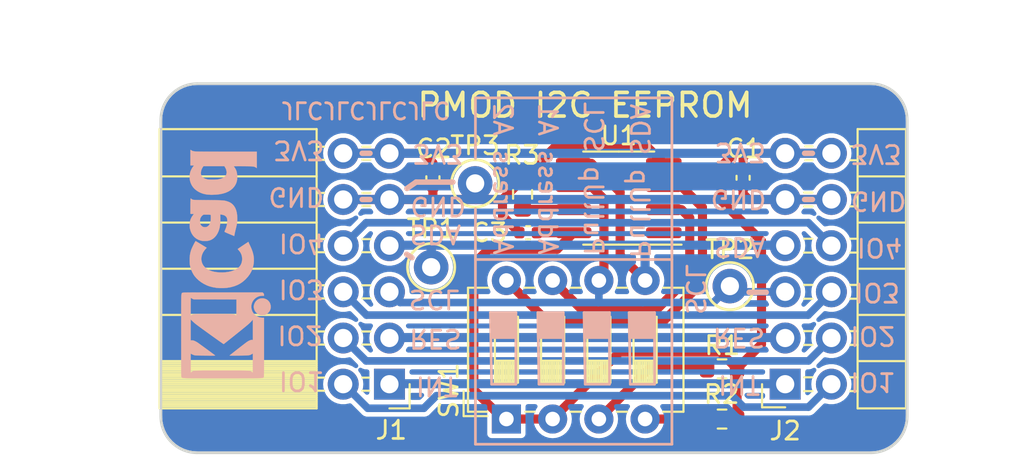
<source format=kicad_pcb>
(kicad_pcb (version 20221018) (generator pcbnew)
  (title_block (title "iCEBreaker PMOD - Hyperram") (rev "V1.0b") (company "1BitSquared") (comment 1 "2018 (C) 1BitSquared <info@1bitsquared.com>") (comment 2 "2018 (C) Piotr Esden-Tempski <piotr@esden.net>") (comment 3 "License: CC-BY-SA 4.0"))
  (layers (0 "F.Cu" signal) (31 "B.Cu" signal) (34 "B.Paste" user) (35 "F.Paste" user) (36 "B.SilkS" user "B.Silkscreen") (37 "F.SilkS" user "F.Silkscreen") (38 "B.Mask" user) (39 "F.Mask" user) (44 "Edge.Cuts" user))
  (net 0 "")
  (net 1 "GND")
  (net 2 "+3V3")
  (net 3 "Net-(R1-Pad2)")
  (net 4 "Net-(R2-Pad2)")
  (net 5 "Net-(R3-Pad1)")
  (net 6 "/SDA")
  (net 7 "/SCL")
  (net 8 "/IO4")
  (net 9 "/IO3")
  (net 10 "/IO2")
  (net 11 "/RESET")
  (net 12 "/IO1")
  (net 13 "/INT")
  (net 14 "/A2")
  (net 15 "/A1")
  (footprint "Capacitor_SMD:C_0402_1005Metric" (layer "F.Cu") (at 188.2466 70.6192 -90)
    (fp_text reference "C1" (at -1.6002 -0.0508 180) (layer "F.SilkS"))
    (fp_text value "0.1uF")
    (pad "1" smd roundrect (at -0.48 0 270) (size 0.56 0.62) (layers "F.Cu" "F.Paste" "F.Mask") (net 2 "+3V3"))
    (pad "2" smd roundrect (at 0.48 0 270) (size 0.56 0.62) (layers "F.Cu" "F.Paste" "F.Mask") (net 1 "GND"))
  )
  (footprint "Resistor_SMD:R_0603_1608Metric" (layer "F.Cu") (at 187.0909 81.13 180)
    (fp_text reference "R1" (at -0.0127 1.2827) (layer "F.SilkS"))
    (fp_text value "4.7K")
    (pad "1" smd roundrect (at -0.825 0 180) (size 0.8 0.95) (layers "F.Cu" "F.Paste" "F.Mask") (net 2 "+3V3"))
    (pad "2" smd roundrect (at 0.825 0 180) (size 0.8 0.95) (layers "F.Cu" "F.Paste" "F.Mask") (net 3 "Net-(R1-Pad2)"))
  )
  (footprint "Resistor_SMD:R_0603_1608Metric" (layer "F.Cu") (at 187.0909 83.8907 180)
    (fp_text reference "R2" (at 0.0254 1.3589) (layer "F.SilkS"))
    (fp_text value "4.7K")
    (pad "1" smd roundrect (at -0.825 0 180) (size 0.8 0.95) (layers "F.Cu" "F.Paste" "F.Mask") (net 2 "+3V3"))
    (pad "2" smd roundrect (at 0.825 0 180) (size 0.8 0.95) (layers "F.Cu" "F.Paste" "F.Mask") (net 4 "Net-(R2-Pad2)"))
  )
  (footprint "Package_SO:SOIC-8_3.9x4.9mm_P1.27mm" (layer "F.Cu") (at 181.414 71.7368 180)
    (fp_text reference "U1" (at 0 3.429 180) (layer "F.SilkS"))
    (fp_text value "M24M01-R")
    (pad "1" smd roundrect (at -2.475 -1.905 180) (size 1.95 0.6) (layers "F.Cu" "F.Paste" "F.Mask"))
    (pad "2" smd roundrect (at -2.475 -0.635 180) (size 1.95 0.6) (layers "F.Cu" "F.Paste" "F.Mask") (net 15 "/A1"))
    (pad "3" smd roundrect (at -2.475 0.635 180) (size 1.95 0.6) (layers "F.Cu" "F.Paste" "F.Mask") (net 14 "/A2"))
    (pad "4" smd roundrect (at -2.475 1.905 180) (size 1.95 0.6) (layers "F.Cu" "F.Paste" "F.Mask") (net 1 "GND"))
    (pad "5" smd roundrect (at 2.475 1.905 180) (size 1.95 0.6) (layers "F.Cu" "F.Paste" "F.Mask") (net 6 "/SDA"))
    (pad "6" smd roundrect (at 2.475 0.635 180) (size 1.95 0.6) (layers "F.Cu" "F.Paste" "F.Mask") (net 7 "/SCL"))
    (pad "7" smd roundrect (at 2.475 -0.635 180) (size 1.95 0.6) (layers "F.Cu" "F.Paste" "F.Mask") (net 5 "Net-(R3-Pad1)"))
    (pad "8" smd roundrect (at 2.475 -1.905 180) (size 1.95 0.6) (layers "F.Cu" "F.Paste" "F.Mask") (net 2 "+3V3"))
  )
  (footprint "Capacitor_SMD:C_0402_1005Metric" (layer "F.Cu") (at 176.4356 73.6418)
    (fp_text reference "C3" (at -2.1336 0) (layer "F.SilkS"))
    (fp_text value "0.1uF")
    (pad "1" smd roundrect (at -0.48 0) (size 0.56 0.62) (layers "F.Cu" "F.Paste" "F.Mask") (net 1 "GND"))
    (pad "2" smd roundrect (at 0.48 0) (size 0.56 0.62) (layers "F.Cu" "F.Paste" "F.Mask") (net 2 "+3V3"))
  )
  (footprint "Resistor_SMD:R_0603_1608Metric" (layer "F.Cu") (at 176.1308 71.5336 90)
    (fp_text reference "R3" (at 2.159 -0.0254 180) (layer "F.SilkS"))
    (fp_text value "10K")
    (pad "1" smd roundrect (at -0.825 0 90) (size 0.8 0.95) (layers "F.Cu" "F.Paste" "F.Mask") (net 5 "Net-(R3-Pad1)"))
    (pad "2" smd roundrect (at 0.825 0 90) (size 0.8 0.95) (layers "F.Cu" "F.Paste" "F.Mask") (net 1 "GND"))
  )
  (footprint "FM4DD:PMODHeader_2x06_P2.54mm_Horizontal" (layer "F.Cu") (at 190.558 69.273)
    (fp_text reference "J2" (at 0 15.2654) (layer "F.SilkS"))
    (fp_text value "PMOD_02x06")
    (pad "1" thru_hole rect (at 0 12.7) (size 1.7 1.7) (drill 1) (layers "*.Cu" "*.Mask") (net 13 "/INT"))
    (pad "2" thru_hole oval (at 0 10.16) (size 1.7 1.7) (drill 1) (layers "*.Cu" "*.Mask") (net 11 "/RESET"))
    (pad "3" thru_hole oval (at 0 7.62) (size 1.7 1.7) (drill 1) (layers "*.Cu" "*.Mask") (net 7 "/SCL"))
    (pad "4" thru_hole oval (at 0 5.08) (size 1.7 1.7) (drill 1) (layers "*.Cu" "*.Mask") (net 6 "/SDA"))
    (pad "5" thru_hole oval (at 0 2.54) (size 1.7 1.7) (drill 1) (layers "*.Cu" "*.Mask") (net 1 "GND"))
    (pad "6" thru_hole circle (at 0 0) (size 1.7 1.7) (drill 1) (layers "*.Cu" "*.Mask") (net 2 "+3V3"))
    (pad "7" thru_hole circle (at 2.54 12.7) (size 1.7 1.7) (drill 1) (layers "*.Cu" "*.Mask") (net 12 "/IO1"))
    (pad "8" thru_hole oval (at 2.54 10.16) (size 1.7 1.7) (drill 1) (layers "*.Cu" "*.Mask") (net 10 "/IO2"))
    (pad "9" thru_hole oval (at 2.54 7.62) (size 1.7 1.7) (drill 1) (layers "*.Cu" "*.Mask") (net 9 "/IO3"))
    (pad "10" thru_hole oval (at 2.54 5.08) (size 1.7 1.7) (drill 1) (layers "*.Cu" "*.Mask") (net 8 "/IO4"))
    (pad "11" thru_hole oval (at 2.54 2.54) (size 1.7 1.7) (drill 1) (layers "*.Cu" "*.Mask") (net 1 "GND"))
    (pad "12" thru_hole oval (at 2.54 0) (size 1.7 1.7) (drill 1) (layers "*.Cu" "*.Mask") (net 2 "+3V3"))
  )
  (footprint "FM4DD:JLCPCB_Order_Number_Placeholder" (layer "F.Cu") (at 165.6152 66.5044)
    (fp_text reference "Ref**" hide)
    (fp_text value "JLCPCB_Order_Number_Placeholder")
    (fp_text user "JLCJLCJLCJLC" (at 1.8848 0.3956 180 unlocked) (layer "B.SilkS") (effects (font (size 0.9 0.9)) (justify mirror)))
  )
  (footprint "FM4DD:PMODPinSocket_2x06_P2.54mm_Horizontal" (layer "F.Cu") (at 158.6556 81.973 180)
    (fp_text reference "J1" (at -10.2616 -2.5273) (layer "F.SilkS"))
    (fp_text value "PMOD_02x06")
    (pad "1" thru_hole rect (at -10.16 0 180) (size 1.7 1.7) (drill 1) (layers "*.Cu" "*.Mask") (net 13 "/INT"))
    (pad "2" thru_hole oval (at -10.16 2.54 180) (size 1.7 1.7) (drill 1) (layers "*.Cu" "*.Mask") (net 11 "/RESET"))
    (pad "3" thru_hole oval (at -10.16 5.08 180) (size 1.7 1.7) (drill 1) (layers "*.Cu" "*.Mask") (net 7 "/SCL"))
    (pad "4" thru_hole oval (at -10.16 7.62 180) (size 1.7 1.7) (drill 1) (layers "*.Cu" "*.Mask") (net 6 "/SDA"))
    (pad "5" thru_hole oval (at -10.16 10.16 180) (size 1.7 1.7) (drill 1) (layers "*.Cu" "*.Mask") (net 1 "GND"))
    (pad "6" thru_hole oval (at -10.16 12.7 180) (size 1.7 1.7) (drill 1) (layers "*.Cu" "*.Mask") (net 2 "+3V3"))
    (pad "7" thru_hole oval (at -7.62 0 180) (size 1.7 1.7) (drill 1) (layers "*.Cu" "*.Mask") (net 12 "/IO1"))
    (pad "8" thru_hole oval (at -7.62 2.54 180) (size 1.7 1.7) (drill 1) (layers "*.Cu" "*.Mask") (net 10 "/IO2"))
    (pad "9" thru_hole oval (at -7.62 5.08 180) (size 1.7 1.7) (drill 1) (layers "*.Cu" "*.Mask") (net 9 "/IO3"))
    (pad "10" thru_hole oval (at -7.62 7.62 180) (size 1.7 1.7) (drill 1) (layers "*.Cu" "*.Mask") (net 8 "/IO4"))
    (pad "11" thru_hole oval (at -7.62 10.16 180) (size 1.7 1.7) (drill 1) (layers "*.Cu" "*.Mask") (net 1 "GND"))
    (pad "12" thru_hole oval (at -7.62 12.7 180) (size 1.7 1.7) (drill 1) (layers "*.Cu" "*.Mask") (net 2 "+3V3"))
  )
  (footprint "Capacitor_SMD:C_0402_1005Metric" (layer "F.Cu") (at 171.2032 70.6446 -90)
    (fp_text reference "C2" (at -1.6256 -0.0508 180) (layer "F.SilkS"))
    (fp_text value "0.1uF")
    (pad "1" smd roundrect (at -0.48 0 270) (size 0.56 0.62) (layers "F.Cu" "F.Paste" "F.Mask") (net 2 "+3V3"))
    (pad "2" smd roundrect (at 0.48 0 270) (size 0.56 0.62) (layers "F.Cu" "F.Paste" "F.Mask") (net 1 "GND"))
  )
  (footprint "TestPoint:TestPoint_Keystone_5000-5004_Miniature" (layer "F.Cu") (at 173.52476 70.92908)
    (fp_text reference "TP3" (at -0.00508 -2.0828) (layer "F.SilkS"))
    (fp_text value "TestPoint")
    (pad "1" thru_hole circle (at 0 0) (size 1.9 1.9) (drill 1) (layers "*.Cu" "*.Mask") (net 1 "GND"))
  )
  (footprint "TestPoint:TestPoint_Keystone_5000-5004_Miniature" (layer "F.Cu") (at 171.10668 75.53664)
    (fp_text reference "TP1" (at 0.01016 -2.11836) (layer "F.SilkS"))
    (fp_text value "TestPoint")
    (pad "1" thru_hole circle (at 0 0) (size 1.9 1.9) (drill 1) (layers "*.Cu" "*.Mask") (net 6 "/SDA"))
  )
  (footprint "Button_Switch_THT:SW_DIP_SPSTx04_Slide_6.7x11.72mm_W7.62mm_P2.54mm_LowProfile" (layer "F.Cu") (at 175.2418 83.88816 90)
    (fp_text reference "SW1" (at 1.56972 -3.15976 270) (layer "F.SilkS"))
    (fp_text value "SW_DIP_x04")
    (pad "1" thru_hole rect locked (at 0 0 90) (size 1.6 1.6) (drill 0.8) (layers "*.Cu" "*.Mask") (net 2 "+3V3"))
    (pad "2" thru_hole oval locked (at 0 2.54 90) (size 1.6 1.6) (drill 0.8) (layers "*.Cu" "*.Mask") (net 2 "+3V3"))
    (pad "3" thru_hole oval locked (at 0 5.08 90) (size 1.6 1.6) (drill 0.8) (layers "*.Cu" "*.Mask") (net 3 "Net-(R1-Pad2)"))
    (pad "4" thru_hole oval locked (at 0 7.62 90) (size 1.6 1.6) (drill 0.8) (layers "*.Cu" "*.Mask") (net 4 "Net-(R2-Pad2)"))
    (pad "5" thru_hole oval locked (at 7.62 7.62 90) (size 1.6 1.6) (drill 0.8) (layers "*.Cu" "*.Mask") (net 6 "/SDA"))
    (pad "6" thru_hole oval locked (at 7.62 5.08 90) (size 1.6 1.6) (drill 0.8) (layers "*.Cu" "*.Mask") (net 7 "/SCL"))
    (pad "7" thru_hole oval locked (at 7.62 2.54 90) (size 1.6 1.6) (drill 0.8) (layers "*.Cu" "*.Mask") (net 15 "/A1"))
    (pad "8" thru_hole oval locked (at 7.62 0 90) (size 1.6 1.6) (drill 0.8) (layers "*.Cu" "*.Mask") (net 14 "/A2"))
  )
  (footprint "TestPoint:TestPoint_Keystone_5000-5004_Miniature" (layer "F.Cu") (at 187.52016 76.57804)
    (fp_text reference "TP2" (at 0 -2.01168) (layer "F.SilkS"))
    (fp_text value "TestPoint")
    (pad "1" thru_hole circle (at 0 0) (size 1.9 1.9) (drill 1) (layers "*.Cu" "*.Mask") (net 7 "/SCL"))
  )
  (footprint "FM4DD:KiCad-Logo2_5mm_SilkScreen" (layer "B.Cu") (at 159.316 75.369 90)
    (fp_text reference "L1" hide)
    (fp_text value "Logo_KiCad_5mm" hide)
  )
  (gr_line (start 184.335 66.225) (end 173.54 66.225) (stroke (width 0.15)) (layer "B.SilkS"))
  (gr_line (start 173.54 85.275) (end 184.335 85.275) (stroke (width 0.15)) (layer "B.SilkS"))
  (gr_poly (pts (xy 183.3825 79.433) (xy 181.9855 79.433) (xy 181.9855 78.036) (xy 183.3825 78.036)) (stroke (width 0.1)) (fill solid) (layer "B.SilkS"))
  (gr_line (start 175.7625 81.973) (end 174.429 81.973) (stroke (width 0.15)) (layer "B.SilkS"))
  (gr_line (start 174.3655 78.036) (end 175.7625 78.036) (stroke (width 0.15)) (layer "B.SilkS"))
  (gr_line (start 181.9855 78.036) (end 183.3825 78.036) (stroke (width 0.15)) (layer "B.SilkS"))
  (gr_line (start 183.3825 78.036) (end 183.3825 81.973) (stroke (width 0.15)) (layer "B.SilkS"))
  (gr_line (start 181.9855 78.036) (end 182.049 81.973) (stroke (width 0.15)) (layer "B.SilkS"))
  (gr_line (start 183.3825 81.973) (end 182.049 81.973) (stroke (width 0.15)) (layer "B.SilkS"))
  (gr_line (start 188.5768 76.9184) (end 189.5166 76.9184) (stroke (width 0.3)) (layer "B.SilkS"))
  (gr_line (start 167.317 71.813) (end 167.7488 71.813) (stroke (width 0.3)) (layer "B.SilkS"))
  (gr_line (start 179.509 78.036) (end 180.906 78.036) (stroke (width 0.15)) (layer "B.SilkS"))
  (gr_line (start 178.366 81.973) (end 177.0325 81.973) (stroke (width 0.15)) (layer "B.SilkS"))
  (gr_line (start 175.7625 78.036) (end 175.7625 81.973) (stroke (width 0.15)) (layer "B.SilkS"))
  (gr_line (start 173.54 85.275) (end 173.54 72.321) (stroke (width 0.15)) (layer "B.SilkS"))
  (gr_line (start 179.509 78.036) (end 179.5725 81.973) (stroke (width 0.15)) (layer "B.SilkS"))
  (gr_line (start 191.6248 71.813) (end 192.0566 71.813) (stroke (width 0.3)) (layer "B.SilkS"))
  (gr_line (start 174.3655 78.036) (end 174.429 81.973) (stroke (width 0.15)) (layer "B.SilkS"))
  (gr_line (start 180.906 78.036) (end 180.906 81.973) (stroke (width 0.15)) (layer "B.SilkS"))
  (gr_line (start 176.969 78.036) (end 177.0325 81.973) (stroke (width 0.15)) (layer "B.SilkS"))
  (gr_line (start 169.76048 74.82544) (end 170.05004 75.0134) (stroke (width 0.3)) (layer "B.SilkS"))
  (gr_line (start 184.335 85.275) (end 184.335 66.225) (stroke (width 0.15)) (layer "B.SilkS"))
  (gr_line (start 167.317 69.273) (end 167.7488 69.273) (stroke (width 0.3)) (layer "B.SilkS"))
  (gr_line (start 173.54 75.115) (end 184.335 75.115) (stroke (width 0.15)) (layer "B.SilkS"))
  (gr_poly (pts (xy 175.7625 79.433) (xy 174.3655 79.433) (xy 174.3655 78.036) (xy 175.7625 78.036)) (stroke (width 0.1)) (fill solid) (layer "B.SilkS"))
  (gr_line (start 178.366 78.036) (end 178.366 81.973) (stroke (width 0.15)) (layer "B.SilkS"))
  (gr_line (start 176.969 78.036) (end 178.366 78.036) (stroke (width 0.15)) (layer "B.SilkS"))
  (gr_line (start 191.6248 69.273) (end 192.0566 69.273) (stroke (width 0.3)) (layer "B.SilkS"))
  (gr_poly (pts (xy 180.906 79.433) (xy 179.509 79.433) (xy 179.509 78.036) (xy 180.906 78.036)) (stroke (width 0.1)) (fill solid) (layer "B.SilkS"))
  (gr_line (start 170.27864 70.85796) (end 169.77572 71.20848) (stroke (width 0.3)) (layer "B.SilkS"))
  (gr_line (start 173.54 66.225) (end 173.54 69.54732) (stroke (width 0.15)) (layer "B.SilkS"))
  (gr_poly (pts (xy 178.366 79.433) (xy 176.969 79.433) (xy 176.969 78.036) (xy 178.366 78.036)) (stroke (width 0.1)) (fill solid) (layer "B.SilkS"))
  (gr_line (start 172.3 70.85796) (end 170.27864 70.85796) (stroke (width 0.3)) (layer "B.SilkS"))
  (gr_line (start 180.906 81.973) (end 179.5725 81.973) (stroke (width 0.15)) (layer "B.SilkS"))
  (gr_arc (start 197.2612 83.7438) (mid 196.675414 85.158014) (end 195.2612 85.7438) (stroke (width 0.15)) (layer "Edge.Cuts"))
  (gr_line (start 197.2612 67.4438) (end 197.2612 83.7438) (stroke (width 0.15)) (layer "Edge.Cuts"))
  (gr_arc (start 195.2612 65.4438) (mid 196.675414 66.029586) (end 197.2612 67.4438) (stroke (width 0.15)) (layer "Edge.Cuts"))
  (gr_line (start 158.2546 65.4438) (end 195.2612 65.4438) (stroke (width 0.15)) (layer "Edge.Cuts"))
  (gr_line (start 195.2612 85.7438) (end 158.2546 85.7438) (stroke (width 0.15)) (layer "Edge.Cuts"))
  (gr_line (start 156.2546 83.7438) (end 156.2546 67.4438) (stroke (width 0.15)) (layer "Edge.Cuts"))
  (gr_arc (start 156.2546 67.4438) (mid 156.840386 66.029586) (end 158.2546 65.4438) (stroke (width 0.15)) (layer "Edge.Cuts"))
  (gr_arc (start 158.2546 85.7438) (mid 156.840386 85.158014) (end 156.2546 83.7438) (stroke (width 0.15)) (layer "Edge.Cuts"))
  (gr_text "3V3" (at 188.1069 69.2095 180) (layer "B.SilkS") (effects (font (size 1 1)) (justify mirror)))
  (gr_text "INT" (at 188.0307 81.9984 180) (layer "B.SilkS") (effects (font (size 1 1)) (justify mirror)))
  (gr_text "SCL" (at 171.26416 77.2994 180) (layer "B.SilkS") (effects (font (size 1 1)) (justify mirror)))
  (gr_text "RES" (at 171.3429 79.4584 180) (layer "B.SilkS") (effects (font (size 1 1)) (justify mirror)))
  (gr_text "INT" (at 171.4191 82.0746 180) (layer "B.SilkS") (effects (font (size 1 1)) (justify mirror)))
  (gr_text "3V3" (at 171.4953 69.2857 180) (layer "B.SilkS") (effects (font (size 1 1)) (justify mirror)))
  (gr_text "IO2" (at 163.9134 79.2679 180) (layer "B.SilkS") (effects (font (size 1 1)) (justify mirror)))
  (gr_text "3V3" (at 163.8499 69.0952 180) (layer "B.SilkS") (effects (font (size 1 1)) (justify mirror)))
  (gr_text "IO4" (at 163.9896 74.2133 180) (layer "B.SilkS") (effects (font (size 1 1)) (justify mirror)))
  (gr_text "GND" (at 163.6975 71.6606 180) (layer "B.SilkS") (effects (font (size 1 1)) (justify mirror)))
  (gr_text "IO1" (at 163.9896 81.7952 180) (layer "B.SilkS") (effects (font (size 1 1)) (justify mirror)))
  (gr_text "IO3" (at 163.9769 76.7406 180) (layer "B.SilkS") (effects (font (size 1 1)) (justify mirror)))
  (gr_text "PullUp SDA" (at 182.557 70.797 -90) (layer "B.SilkS") (effects (font (size 1 1)) (justify mirror)))
  (gr_text "PullUp SCL" (at 180.017 70.67 -90) (layer "B.SilkS") (effects (font (size 1 1)) (justify mirror)))
  (gr_text "Address A2" (at 175.0386 70.67 -90) (layer "B.SilkS") (effects (font (size 1 1)) (justify mirror)))
  (gr_text "SCL" (at 185.61516 76.766 -90) (layer "B.SilkS") (effects (font (size 1 1)) (justify mirror)))
  (gr_text "SDA" (at 171.34036 73.718 180) (layer "B.SilkS") (effects (font (size 1 1)) (justify mirror)))
  (gr_text "GND" (at 171.49276 72.18384 180) (layer "B.SilkS") (effects (font (size 1 1)) (justify mirror)))
  (gr_text "Address A1" (at 177.50748 70.67 -90) (layer "B.SilkS") (effects (font (size 1 1)) (justify mirror)))
  (gr_text "SDA" (at 188.05864 74.41396 180) (layer "B.SilkS") (effects (font (size 1 1)) (justify mirror)))
  (gr_text "RES" (at 188.018 79.3949 180) (layer "B.SilkS") (effects (font (size 1 1)) (justify mirror)))
  (gr_text "3V3" (at 195.5618 69.2984 180) (layer "B.SilkS") (effects (font (size 1 1)) (justify mirror)))
  (gr_text "IO3" (at 195.6126 76.9184 180) (layer "B.SilkS") (effects (font (size 1 1)) (justify mirror)))
  (gr_text "IO2" (at 195.384 79.306 180) (layer "B.SilkS") (effects (font (size 1 1)) (justify mirror)))
  (gr_text "IO4" (at 195.7396 74.4546 180) (layer "B.SilkS") (effects (font (size 1 1)) (justify mirror)))
  (gr_text "GND" (at 187.9926 71.7876 180) (layer "B.SilkS") (effects (font (size 1 1)) (justify mirror)))
  (gr_text "GND" (at 195.6888 71.8892 180) (layer "B.SilkS") (effects (font (size 1 1)) (justify mirror)))
  (gr_text "IO1" (at 195.384 81.846 180) (layer "B.SilkS") (effects (font (size 1 1)) (justify mirror)))
  (gr_text "PMOD I2C EEPROM" (at 179.5598 66.6314) (layer "F.SilkS") (effects (font (size 1.3 1.3) (thickness 0.2))))
  (segment (start 190.558 71.813) (end 188.5514 71.813) (width 0.5) (layer "F.Cu") (net 1))
  (segment (start 183 68.9428) (end 177.8966 68.9428) (width 0.5) (layer "F.Cu") (net 1))
  (segment (start 177.8966 68.9428) (end 176.1308 70.7086) (width 0.5) (layer "F.Cu") (net 1))
  (segment (start 168.8156 71.813) (end 173.56032 71.813) (width 0.5) (layer "F.Cu") (net 1))
  (segment (start 183.889 69.8318) (end 183 68.9428) (width 0.5) (layer "F.Cu") (net 1))
  (segment (start 173.52476 70.92908) (end 173.52476 71.77744) (width 0.5) (layer "F.Cu") (net 1))
  (segment (start 175.0264 72.7126) (end 175.0264 71.813) (width 0.5) (layer "F.Cu") (net 1))
  (segment (start 173.56032 71.813) (end 175.0264 71.813) (width 0.5) (layer "F.Cu") (net 1))
  (segment (start 171.2032 71.1246) (end 171.2032 71.7876) (width 0.5) (layer "F.Cu") (net 1))
  (segment (start 190.558 71.813) (end 189.9614 71.813) (width 0.5) (layer "F.Cu") (net 1))
  (segment (start 175.9556 73.6418) (end 175.0264 72.7126) (width 0.5) (layer "F.Cu") (net 1))
  (segment (start 166.2756 71.813) (end 168.8156 71.813) (width 0.5) (layer "F.Cu") (net 1))
  (segment (start 188.2466 71.5082) (end 188.2466 71.0992) (width 0.5) (layer "F.Cu") (net 1))
  (segment (start 175.0264 71.813) (end 176.1308 70.7086) (width 0.5) (layer "F.Cu") (net 1))
  (segment (start 188.5514 71.813) (end 188.2466 71.5082) (width 0.5) (layer "F.Cu") (net 1))
  (segment (start 173.52476 71.77744) (end 173.56032 71.813) (width 0.5) (layer "F.Cu") (net 1))
  (segment (start 190.558 71.813) (end 193.098 71.813) (width 0.5) (layer "F.Cu") (net 1))
  (segment (start 166.2756 71.813) (end 193.098 71.813) (width 0.5) (layer "B.Cu") (net 1))
  (segment (start 166.2756 69.273) (end 168.8156 69.273) (width 0.5) (layer "F.Cu") (net 2))
  (segment (start 171.2032 69.8064) (end 170.6698 69.273) (width 0.5) (layer "F.Cu") (net 2))
  (segment (start 187.9159 81.11498) (end 189.257999 79.772881) (width 0.5) (layer "F.Cu") (net 2))
  (segment (start 186.99089 80.20499) (end 187.9159 81.13) (width 0.5) (layer "F.Cu") (net 2))
  (segment (start 178.939 73.6418) (end 178.0246 74.5562) (width 0.5) (layer "F.Cu") (net 2))
  (segment (start 188.4752 69.273) (end 190.558 69.273) (width 0.5) (layer "F.Cu") (net 2))
  (segment (start 181.46497 80.20499) (end 182.35905 80.20499) (width 0.5) (layer "F.Cu") (net 2))
  (segment (start 187.0782 69.9588) (end 187.764 69.273) (width 0.5) (layer "F.Cu") (net 2))
  (segment (start 187.0782 71.9146) (end 187.0782 69.9588) (width 0.5) (layer "F.Cu") (net 2))
  (segment (start 176.9156 73.6418) (end 178.939 73.6418) (width 0.5) (layer "F.Cu") (net 2))
  (segment (start 190.558 69.273) (end 193.098 69.273) (width 0.5) (layer "F.Cu") (net 2))
  (segment (start 189.257999 79.772881) (end 189.257999 74.094399) (width 0.5) (layer "F.Cu") (net 2))
  (segment (start 188.2466 69.5016) (end 188.4752 69.273) (width 0.5) (layer "F.Cu") (net 2))
  (segment (start 187.764 69.273) (end 188.4752 69.273) (width 0.5) (layer "F.Cu") (net 2))
  (segment (start 182.35905 80.20499) (end 186.99089 80.20499) (width 0.5) (layer "F.Cu") (net 2))
  (segment (start 177.7818 83.88816) (end 175.06146 83.88816) (width 0.5) (layer "F.Cu") (net 2))
  (segment (start 187.9159 81.0332) (end 187.8905 81.0078) (width 0.5) (layer "F.Cu") (net 2))
  (segment (start 178.0246 74.5562) (end 174.2512 74.5562) (width 0.5) (layer "F.Cu") (net 2))
  (segment (start 177.7818 83.88816) (end 181.46497 80.20499) (width 0.5) (layer "F.Cu") (net 2))
  (segment (start 189.257999 74.094399) (end 187.0782 71.9146) (width 0.5) (layer "F.Cu") (net 2))
  (segment (start 170.6698 69.273) (end 168.8156 69.273) (width 0.5) (layer "F.Cu") (net 2))
  (segment (start 187.9159 81.13) (end 187.9159 81.11498) (width 0.5) (layer "F.Cu") (net 2))
  (segment (start 187.9159 81.13) (end 187.9159 83.8907) (width 0.5) (layer "F.Cu") (net 2))
  (segment (start 171.2032 70.1646) (end 171.2032 69.8064) (width 0.5) (layer "F.Cu") (net 2))
  (segment (start 174.2512 74.5562) (end 173.45364 75.35376) (width 0.5) (layer "F.Cu") (net 2))
  (segment (start 173.45364 82.28034) (end 173.45364 75.35376) (width 0.5) (layer "F.Cu") (net 2))
  (segment (start 188.2466 70.1392) (end 188.2466 69.5016) (width 0.5) (layer "F.Cu") (net 2))
  (segment (start 175.06146 83.88816) (end 173.45364 82.28034) (width 0.5) (layer "F.Cu") (net 2))
  (segment (start 166.2756 69.273) (end 193.098 69.273) (width 0.5) (layer "B.Cu") (net 2))
  (segment (start 183.08786 81.1221) (end 183.27074 81.1221) (width 0.5) (layer "F.Cu") (net 3))
  (segment (start 186.258 81.1221) (end 186.2659 81.13) (width 0.5) (layer "F.Cu") (net 3))
  (segment (start 180.3218 83.88816) (end 183.08786 81.1221) (width 0.5) (layer "F.Cu") (net 3))
  (segment (start 183.27074 81.1221) (end 186.258 81.1221) (width 0.5) (layer "F.Cu") (net 3))
  (segment (start 186.26336 83.88816) (end 186.2659 83.8907) (width 0.5) (layer "F.Cu") (net 4))
  (segment (start 182.8618 83.88816) (end 186.26336 83.88816) (width 0.5) (layer "F.Cu") (net 4))
  (segment (start 178.939 72.3718) (end 177.964 72.3718) (width 0.5) (layer "F.Cu") (net 5))
  (segment (start 178.9258 72.3586) (end 178.939 72.3718) (width 0.5) (layer "F.Cu") (net 5))
  (segment (start 176.1308 72.3586) (end 178.9258 72.3586) (width 0.5) (layer "F.Cu") (net 5))
  (segment (start 182.8618 76.26816) (end 181.4902 74.89656) (width 0.5) (layer "F.Cu") (net 6))
  (segment (start 179.914 69.8318) (end 178.939 69.8318) (width 0.5) (layer "F.Cu") (net 6))
  (segment (start 181.4902 74.89656) (end 181.4902 71.408) (width 0.5) (layer "F.Cu") (net 6))
  (segment (start 181.4902 71.408) (end 179.914 69.8318) (width 0.5) (layer "F.Cu") (net 6))
  (segment (start 171.10668 74.49524) (end 171.27432 74.3276) (width 0.5) (layer "B.Cu") (net 6))
  (segment (start 171.10668 75.53664) (end 171.10668 74.49524) (width 0.5) (layer "B.Cu") (net 6))
  (segment (start 190.5453 74.3403) (end 190.558 74.353) (width 0.5) (layer "B.Cu") (net 6))
  (segment (start 190.5326 74.3276) (end 190.558 74.353) (width 0.5) (layer "B.Cu") (net 6))
  (segment (start 171.27432 74.3276) (end 190.5326 74.3276) (width 0.5) (layer "B.Cu") (net 6))
  (segment (start 168.8156 74.3276) (end 171.27432 74.3276) (width 0.5) (layer "B.Cu") (net 6))
  (segment (start 182.8618 76.26816) (end 182.8618 74.36824) (width 0.5) (layer "B.Cu") (net 6))
  (segment (start 180.6012 75.98876) (end 180.3218 76.26816) (width 0.5) (layer "F.Cu") (net 7))
  (segment (start 179.914 71.1018) (end 180.6012 71.789) (width 0.5) (layer "F.Cu") (net 7))
  (segment (start 178.939 71.1018) (end 179.914 71.1018) (width 0.5) (layer "F.Cu") (net 7))
  (segment (start 180.6012 71.789) (end 180.6012 75.98876) (width 0.5) (layer "F.Cu") (net 7))
  (segment (start 180.144 76.2707) (end 180.6012 75.8135) (width 0.5) (layer "F.Cu") (net 7))
  (segment (start 182.731299 77.480701) (end 182.733839 77.478161) (width 0.42) (layer "B.Cu") (net 7))
  (segment (start 180.3218 76.26816) (end 180.3218 77.4518) (width 0.42) (layer "B.Cu") (net 7))
  (segment (start 187.83512 76.893) (end 187.52016 76.57804) (width 0.42) (layer "B.Cu") (net 7))
  (segment (start 180.292899 77.480701) (end 182.731299 77.480701) (width 0.42) (layer "B.Cu") (net 7))
  (segment (start 180.3218 77.4518) (end 180.292899 77.480701) (width 0.42) (layer "B.Cu") (net 7))
  (segment (start 187.5608 76.893) (end 187.5227 76.8549) (width 0.5) (layer "B.Cu") (net 7))
  (segment (start 182.733839 77.478161) (end 186.620039 77.478161) (width 0.42) (layer "B.Cu") (net 7))
  (segment (start 169.403301 77.480701) (end 180.292899 77.480701) (width 0.42) (layer "B.Cu") (net 7))
  (segment (start 190.558 76.893) (end 187.83512 76.893) (width 0.42) (layer "B.Cu") (net 7))
  (segment (start 186.620039 77.478161) (end 187.52016 76.57804) (width 0.42) (layer "B.Cu") (net 7))
  (segment (start 168.8156 76.893) (end 169.403301 77.480701) (width 0.42) (layer "B.Cu") (net 7))
  (segment (start 167.535601 73.092999) (end 191.837999 73.092999) (width 0.42) (layer "B.Cu") (net 8))
  (segment (start 191.837999 73.092999) (end 193.098 74.353) (width 0.42) (layer "B.Cu") (net 8))
  (segment (start 166.2756 74.353) (end 167.535601 73.092999) (width 0.42) (layer "B.Cu") (net 8))
  (segment (start 167.555599 78.172999) (end 191.818001 78.172999) (width 0.42) (layer "B.Cu") (net 9))
  (segment (start 166.2756 76.893) (end 167.555599 78.172999) (width 0.42) (layer "B.Cu") (net 9))
  (segment (start 191.818001 78.172999) (end 193.098 76.893) (width 0.42) (layer "B.Cu") (net 9))
  (segment (start 166.2756 79.433) (end 167.535601 80.693001) (width 0.42) (layer "B.Cu") (net 10))
  (segment (start 167.535601 80.693001) (end 191.837999 80.693001) (width 0.42) (layer "B.Cu") (net 10))
  (segment (start 191.837999 80.693001) (end 193.098 79.433) (width 0.42) (layer "B.Cu") (net 10))
  (segment (start 168.8156 79.4076) (end 190.5326 79.4076) (width 0.5) (layer "B.Cu") (net 11))
  (segment (start 190.5326 79.4076) (end 190.558 79.433) (width 0.5) (layer "B.Cu") (net 11))
  (segment (start 167.625601 83.297601) (end 166.2756 81.9476) (width 0.42) (layer "B.Cu") (net 12))
  (segment (start 187.64931 82.60761) (end 171.39409 82.60761) (width 0.42) (layer "B.Cu") (net 12))
  (segment (start 170.704099 83.297601) (end 167.625601 83.297601) (width 0.42) (layer "B.Cu") (net 12))
  (segment (start 191.837999 83.233001) (end 188.274701 83.233001) (width 0.42) (layer "B.Cu") (net 12))
  (segment (start 171.39409 82.60761) (end 170.704099 83.297601) (width 0.42) (layer "B.Cu") (net 12))
  (segment (start 188.274701 83.233001) (end 187.64931 82.60761) (width 0.42) (layer "B.Cu") (net 12))
  (segment (start 193.098 81.973) (end 191.837999 83.233001) (width 0.42) (layer "B.Cu") (net 12))
  (segment (start 190.5326 81.9476) (end 190.558 81.973) (width 0.5) (layer "B.Cu") (net 13))
  (segment (start 168.8156 81.9476) (end 190.5326 81.9476) (width 0.5) (layer "B.Cu") (net 13))
  (segment (start 177.82141 78.58361) (end 183.78739 78.58361) (width 0.5) (layer "F.Cu") (net 14))
  (segment (start 186.01402 72.25182) (end 184.864 71.1018) (width 0.5) (layer "F.Cu") (net 14))
  (segment (start 183.78739 78.58361) (end 186.01402 76.35698) (width 0.5) (layer "F.Cu") (net 14))
  (segment (start 184.864 71.1018) (end 183.889 71.1018) (width 0.5) (layer "F.Cu") (net 14))
  (segment (start 177.55725 78.58361) (end 177.82141 78.58361) (width 0.5) (layer "F.Cu") (net 14))
  (segment (start 186.01402 76.35698) (end 186.01402 72.25182) (width 0.5) (layer "F.Cu") (net 14))
  (segment (start 175.2418 76.26816) (end 177.55725 78.58361) (width 0.5) (layer "F.Cu") (net 14))
  (segment (start 177.7818 76.26816) (end 179.39724 77.8836) (width 0.5) (layer "F.Cu") (net 15))
  (segment (start 179.49884 77.8836) (end 183.481102 77.8836) (width 0.5) (layer "F.Cu") (net 15))
  (segment (start 183.481102 77.8836) (end 185.31401 76.050692) (width 0.5) (layer "F.Cu") (net 15))
  (segment (start 179.39724 77.8836) (end 179.49884 77.8836) (width 0.5) (layer "F.Cu") (net 15))
  (segment (start 185.31401 76.050692) (end 185.31401 72.82181) (width 0.5) (layer "F.Cu") (net 15))
  (segment (start 184.864 72.3718) (end 183.889 72.3718) (width 0.5) (layer "F.Cu") (net 15))
  (segment (start 185.31401 72.82181) (end 184.864 72.3718) (width 0.5) (layer "F.Cu") (net 15))
  (zone (net 0) (net_name "") (layer "B.Cu") (connect_pads (clearance 0.25)) (min_thickness 0.254) (fill yes (thermal_gap 0.508) (thermal_bridge_width 0.508))
    (polygon (pts (xy 197.66492 65.1836) (xy 197.66492 86.08272) (xy 156.268 86.164) (xy 156.268 65.17852)))
  )
)
</source>
